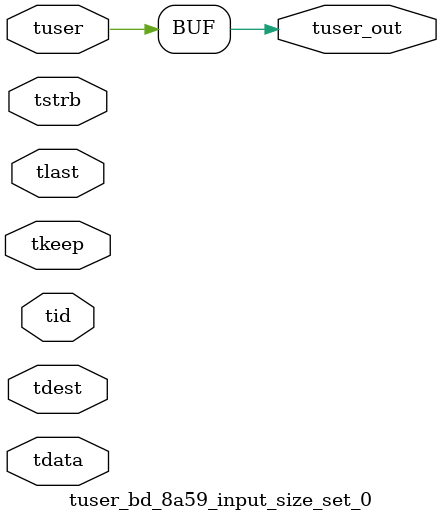
<source format=v>


`timescale 1ps/1ps

module tuser_bd_8a59_input_size_set_0 #
(
parameter C_S_AXIS_TUSER_WIDTH = 1,
parameter C_S_AXIS_TDATA_WIDTH = 32,
parameter C_S_AXIS_TID_WIDTH   = 0,
parameter C_S_AXIS_TDEST_WIDTH = 0,
parameter C_M_AXIS_TUSER_WIDTH = 1
)
(
input  [(C_S_AXIS_TUSER_WIDTH == 0 ? 1 : C_S_AXIS_TUSER_WIDTH)-1:0     ] tuser,
input  [(C_S_AXIS_TDATA_WIDTH == 0 ? 1 : C_S_AXIS_TDATA_WIDTH)-1:0     ] tdata,
input  [(C_S_AXIS_TID_WIDTH   == 0 ? 1 : C_S_AXIS_TID_WIDTH)-1:0       ] tid,
input  [(C_S_AXIS_TDEST_WIDTH == 0 ? 1 : C_S_AXIS_TDEST_WIDTH)-1:0     ] tdest,
input  [(C_S_AXIS_TDATA_WIDTH/8)-1:0 ] tkeep,
input  [(C_S_AXIS_TDATA_WIDTH/8)-1:0 ] tstrb,
input                                                                    tlast,
output [C_M_AXIS_TUSER_WIDTH-1:0] tuser_out
);

assign tuser_out = {tuser[0:0]};

endmodule


</source>
